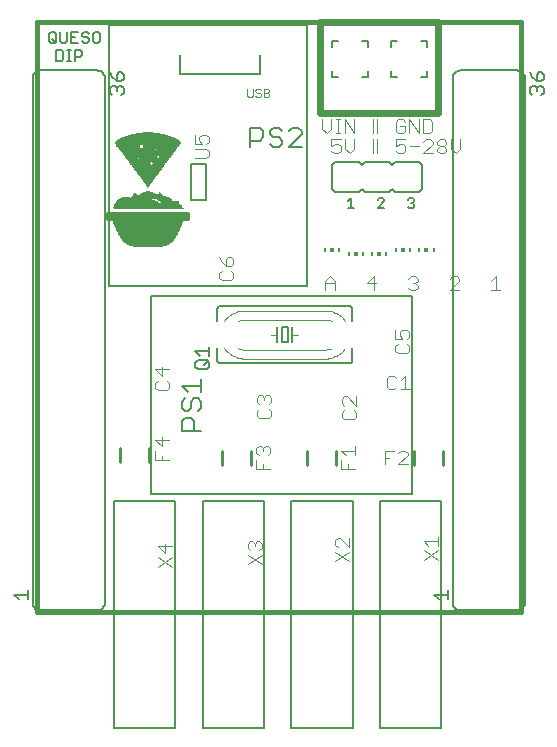
<source format=gto>
G75*
%MOIN*%
%OFA0B0*%
%FSLAX24Y24*%
%IPPOS*%
%LPD*%
%AMOC8*
5,1,8,0,0,1.08239X$1,22.5*
%
%ADD10C,0.0160*%
%ADD11C,0.0050*%
%ADD12C,0.0240*%
%ADD13C,0.0040*%
%ADD14C,0.0060*%
%ADD15C,0.0100*%
%ADD16R,0.0059X0.0118*%
%ADD17R,0.0118X0.0118*%
%ADD18C,0.0020*%
%ADD19C,0.0080*%
%ADD20R,0.1013X0.0013*%
%ADD21R,0.1117X0.0013*%
%ADD22R,0.1195X0.0013*%
%ADD23R,0.1273X0.0013*%
%ADD24R,0.1325X0.0013*%
%ADD25R,0.1377X0.0013*%
%ADD26R,0.1403X0.0013*%
%ADD27R,0.1455X0.0013*%
%ADD28R,0.1481X0.0013*%
%ADD29R,0.1533X0.0013*%
%ADD30R,0.1559X0.0013*%
%ADD31R,0.1585X0.0013*%
%ADD32R,0.1611X0.0013*%
%ADD33R,0.1637X0.0013*%
%ADD34R,0.1663X0.0013*%
%ADD35R,0.1689X0.0013*%
%ADD36R,0.1715X0.0013*%
%ADD37R,0.1741X0.0013*%
%ADD38R,0.1767X0.0013*%
%ADD39R,0.1793X0.0013*%
%ADD40R,0.1819X0.0013*%
%ADD41R,0.1845X0.0013*%
%ADD42R,0.1871X0.0013*%
%ADD43R,0.1897X0.0013*%
%ADD44R,0.1923X0.0013*%
%ADD45R,0.1949X0.0013*%
%ADD46R,0.1975X0.0013*%
%ADD47R,0.2001X0.0013*%
%ADD48R,0.2027X0.0013*%
%ADD49R,0.2053X0.0013*%
%ADD50R,0.2079X0.0013*%
%ADD51R,0.2105X0.0013*%
%ADD52R,0.2131X0.0013*%
%ADD53R,0.2157X0.0013*%
%ADD54R,0.2183X0.0013*%
%ADD55R,0.2209X0.0013*%
%ADD56R,0.2235X0.0013*%
%ADD57R,0.2261X0.0013*%
%ADD58R,0.2274X0.0013*%
%ADD59R,0.2300X0.0013*%
%ADD60R,0.2326X0.0013*%
%ADD61R,0.2339X0.0013*%
%ADD62R,0.2352X0.0013*%
%ADD63R,0.2624X0.0013*%
%ADD64R,0.2676X0.0013*%
%ADD65R,0.2702X0.0013*%
%ADD66R,0.2728X0.0013*%
%ADD67R,0.2754X0.0013*%
%ADD68R,0.2780X0.0013*%
%ADD69R,0.2793X0.0013*%
%ADD70R,0.2806X0.0013*%
%ADD71R,0.2819X0.0013*%
%ADD72R,0.2832X0.0013*%
%ADD73R,0.2313X0.0013*%
%ADD74R,0.2248X0.0013*%
%ADD75R,0.2170X0.0013*%
%ADD76R,0.2144X0.0013*%
%ADD77R,0.1468X0.0013*%
%ADD78R,0.0611X0.0013*%
%ADD79R,0.1429X0.0013*%
%ADD80R,0.0598X0.0013*%
%ADD81R,0.1338X0.0013*%
%ADD82R,0.0416X0.0013*%
%ADD83R,0.0143X0.0013*%
%ADD84R,0.1299X0.0013*%
%ADD85R,0.0026X0.0013*%
%ADD86R,0.1260X0.0013*%
%ADD87R,0.0429X0.0013*%
%ADD88R,0.1169X0.0013*%
%ADD89R,0.0442X0.0013*%
%ADD90R,0.1104X0.0013*%
%ADD91R,0.0455X0.0013*%
%ADD92R,0.1065X0.0013*%
%ADD93R,0.0468X0.0013*%
%ADD94R,0.1052X0.0013*%
%ADD95R,0.0481X0.0013*%
%ADD96R,0.1039X0.0013*%
%ADD97R,0.0507X0.0013*%
%ADD98R,0.1026X0.0013*%
%ADD99R,0.0572X0.0013*%
%ADD100R,0.0260X0.0013*%
%ADD101R,0.0169X0.0013*%
%ADD102R,0.1234X0.0013*%
%ADD103R,0.1208X0.0013*%
%ADD104R,0.1156X0.0013*%
%ADD105R,0.0013X0.0013*%
%ADD106R,0.1000X0.0013*%
%ADD107R,0.0195X0.0013*%
%ADD108R,0.0780X0.0013*%
%ADD109R,0.0754X0.0013*%
%ADD110R,0.0533X0.0013*%
%ADD111R,0.0182X0.0013*%
%ADD112R,0.0117X0.0013*%
%ADD113R,0.0156X0.0013*%
%ADD114R,0.0078X0.0013*%
%ADD115R,0.0052X0.0013*%
%ADD116R,0.0091X0.0013*%
%ADD117R,0.0039X0.0013*%
%ADD118R,0.0403X0.0013*%
%ADD119R,0.0351X0.0013*%
%ADD120R,0.0299X0.0013*%
%ADD121R,0.0221X0.0013*%
%ADD122R,0.0104X0.0013*%
%ADD123R,0.0130X0.0013*%
%ADD124R,0.0208X0.0013*%
%ADD125R,0.0234X0.0013*%
%ADD126R,0.0286X0.0013*%
%ADD127R,0.0312X0.0013*%
%ADD128R,0.0338X0.0013*%
%ADD129R,0.0364X0.0013*%
%ADD130R,0.0390X0.0013*%
%ADD131R,0.0494X0.0013*%
%ADD132R,0.0520X0.0013*%
%ADD133R,0.0546X0.0013*%
%ADD134R,0.0624X0.0013*%
%ADD135R,0.0650X0.0013*%
%ADD136R,0.0676X0.0013*%
%ADD137R,0.0702X0.0013*%
%ADD138R,0.0728X0.0013*%
%ADD139R,0.0806X0.0013*%
%ADD140R,0.0831X0.0013*%
%ADD141R,0.0857X0.0013*%
%ADD142R,0.0883X0.0013*%
%ADD143R,0.0909X0.0013*%
%ADD144R,0.0935X0.0013*%
%ADD145R,0.0961X0.0013*%
%ADD146R,0.0987X0.0013*%
%ADD147R,0.1091X0.0013*%
%ADD148R,0.0663X0.0013*%
%ADD149R,0.0741X0.0013*%
%ADD150R,0.1351X0.0013*%
%ADD151R,0.1390X0.0013*%
%ADD152R,0.0585X0.0013*%
%ADD153R,0.0377X0.0013*%
%ADD154R,0.1078X0.0013*%
%ADD155R,0.1182X0.0013*%
%ADD156R,0.0689X0.0013*%
%ADD157R,0.0715X0.0013*%
%ADD158R,0.0767X0.0013*%
%ADD159R,0.0793X0.0013*%
%ADD160R,0.0819X0.0013*%
%ADD161R,0.1221X0.0013*%
%ADD162R,0.1936X0.0013*%
%ADD163R,0.1247X0.0013*%
%ADD164R,0.1143X0.0013*%
D10*
X002254Y004003D02*
X018396Y004003D01*
X018396Y023688D01*
X002254Y023688D01*
X002254Y004003D01*
X004419Y004003D02*
X016230Y004003D01*
X016230Y023688D02*
X015640Y023688D01*
X011703Y023688D02*
X004419Y023688D01*
D11*
X004670Y023569D02*
X011270Y023569D01*
X011270Y014869D01*
X004670Y014869D01*
X004670Y023569D01*
X004371Y023276D02*
X004312Y023334D01*
X004195Y023334D01*
X004137Y023276D01*
X004137Y023042D01*
X004195Y022984D01*
X004312Y022984D01*
X004371Y023042D01*
X004371Y023276D01*
X004002Y023276D02*
X003944Y023334D01*
X003827Y023334D01*
X003769Y023276D01*
X003769Y023217D01*
X003827Y023159D01*
X003944Y023159D01*
X004002Y023101D01*
X004002Y023042D01*
X003944Y022984D01*
X003827Y022984D01*
X003769Y023042D01*
X003634Y022984D02*
X003400Y022984D01*
X003400Y023334D01*
X003634Y023334D01*
X003517Y023159D02*
X003400Y023159D01*
X003266Y023042D02*
X003266Y023334D01*
X003032Y023334D02*
X003032Y023042D01*
X003090Y022984D01*
X003207Y022984D01*
X003266Y023042D01*
X003278Y022734D02*
X003394Y022734D01*
X003336Y022734D02*
X003336Y022384D01*
X003278Y022384D02*
X003394Y022384D01*
X003523Y022384D02*
X003523Y022734D01*
X003698Y022734D01*
X003757Y022676D01*
X003757Y022559D01*
X003698Y022501D01*
X003523Y022501D01*
X003143Y022442D02*
X003143Y022676D01*
X003084Y022734D01*
X002909Y022734D01*
X002909Y022384D01*
X003084Y022384D01*
X003143Y022442D01*
X002897Y022984D02*
X002780Y023101D01*
X002664Y023042D02*
X002664Y023276D01*
X002722Y023334D01*
X002839Y023334D01*
X002897Y023276D01*
X002897Y023042D01*
X002839Y022984D01*
X002722Y022984D01*
X002664Y023042D01*
X004699Y021994D02*
X004774Y021844D01*
X004924Y021693D01*
X004924Y021919D01*
X005000Y021994D01*
X005075Y021994D01*
X005150Y021919D01*
X005150Y021769D01*
X005075Y021693D01*
X004924Y021693D01*
X004849Y021533D02*
X004924Y021458D01*
X005000Y021533D01*
X005075Y021533D01*
X005150Y021458D01*
X005150Y021308D01*
X005075Y021233D01*
X004924Y021383D02*
X004924Y021458D01*
X004849Y021533D02*
X004774Y021533D01*
X004699Y021458D01*
X004699Y021308D01*
X004774Y021233D01*
X007392Y018924D02*
X007903Y018924D01*
X007903Y017743D01*
X007392Y017743D01*
X007392Y018924D01*
X006073Y014540D02*
X014773Y014540D01*
X014773Y007940D01*
X006073Y007940D01*
X006073Y014540D01*
X007539Y012703D02*
X007990Y012703D01*
X007990Y012553D02*
X007990Y012854D01*
X007690Y012553D02*
X007539Y012703D01*
X007615Y012393D02*
X007539Y012318D01*
X007539Y012168D01*
X007615Y012093D01*
X007915Y012093D01*
X007990Y012168D01*
X007990Y012318D01*
X007915Y012393D01*
X007615Y012393D01*
X007840Y012243D02*
X007990Y012393D01*
X007785Y007723D02*
X007785Y000125D01*
X009833Y000125D01*
X009833Y007723D01*
X007785Y007723D01*
X006880Y007723D02*
X006880Y000125D01*
X004833Y000125D01*
X004833Y007723D01*
X006880Y007723D01*
X010738Y007723D02*
X010738Y000125D01*
X012785Y000125D01*
X012785Y007723D01*
X010738Y007723D01*
X013691Y007723D02*
X013691Y000125D01*
X015738Y000125D01*
X015738Y007723D01*
X013691Y007723D01*
X015950Y004733D02*
X015950Y004433D01*
X015950Y004583D02*
X015499Y004583D01*
X015649Y004433D01*
X014788Y017466D02*
X014674Y017466D01*
X014617Y017523D01*
X014731Y017636D02*
X014788Y017636D01*
X014844Y017580D01*
X014844Y017523D01*
X014788Y017466D01*
X014788Y017636D02*
X014844Y017693D01*
X014844Y017750D01*
X014788Y017806D01*
X014674Y017806D01*
X014617Y017750D01*
X013844Y017750D02*
X013844Y017693D01*
X013617Y017466D01*
X013844Y017466D01*
X013844Y017750D02*
X013788Y017806D01*
X013674Y017806D01*
X013617Y017750D01*
X012844Y017466D02*
X012617Y017466D01*
X012731Y017466D02*
X012731Y017806D01*
X012617Y017693D01*
X018699Y021308D02*
X018699Y021458D01*
X018774Y021533D01*
X018849Y021533D01*
X018924Y021458D01*
X019000Y021533D01*
X019075Y021533D01*
X019150Y021458D01*
X019150Y021308D01*
X019075Y021233D01*
X018924Y021383D02*
X018924Y021458D01*
X018924Y021693D02*
X018774Y021844D01*
X018699Y021994D01*
X018924Y021919D02*
X018924Y021693D01*
X019075Y021693D01*
X019150Y021769D01*
X019150Y021919D01*
X019075Y021994D01*
X019000Y021994D01*
X018924Y021919D01*
X018699Y021308D02*
X018774Y021233D01*
X001950Y004733D02*
X001950Y004433D01*
X001950Y004583D02*
X001499Y004583D01*
X001649Y004433D01*
D12*
X011703Y020656D02*
X015640Y020656D01*
X015640Y023688D01*
X011703Y023688D01*
X011703Y020656D01*
D13*
X011762Y020428D02*
X011762Y020121D01*
X011915Y019968D01*
X012069Y020121D01*
X012069Y020428D01*
X012222Y020428D02*
X012376Y020428D01*
X012299Y020428D02*
X012299Y019968D01*
X012222Y019968D02*
X012376Y019968D01*
X012529Y019968D02*
X012529Y020428D01*
X012836Y019968D01*
X012836Y020428D01*
X012844Y019759D02*
X012844Y019452D01*
X012691Y019299D01*
X012537Y019452D01*
X012537Y019759D01*
X012384Y019759D02*
X012077Y019759D01*
X012077Y019529D01*
X012230Y019605D01*
X012307Y019605D01*
X012384Y019529D01*
X012384Y019375D01*
X012307Y019299D01*
X012154Y019299D01*
X012077Y019375D01*
X013458Y019299D02*
X013458Y019759D01*
X013612Y019759D02*
X013612Y019299D01*
X013604Y019968D02*
X013604Y020428D01*
X013450Y020428D02*
X013450Y019968D01*
X014217Y020045D02*
X014294Y019968D01*
X014448Y019968D01*
X014524Y020045D01*
X014524Y020198D01*
X014371Y020198D01*
X014524Y020351D02*
X014448Y020428D01*
X014294Y020428D01*
X014217Y020351D01*
X014217Y020045D01*
X014225Y019759D02*
X014225Y019529D01*
X014379Y019605D01*
X014456Y019605D01*
X014532Y019529D01*
X014532Y019375D01*
X014456Y019299D01*
X014302Y019299D01*
X014225Y019375D01*
X014225Y019759D02*
X014532Y019759D01*
X014678Y019968D02*
X014678Y020428D01*
X014985Y019968D01*
X014985Y020428D01*
X015138Y020428D02*
X015368Y020428D01*
X015445Y020351D01*
X015445Y020045D01*
X015368Y019968D01*
X015138Y019968D01*
X015138Y020428D01*
X015223Y019759D02*
X015146Y019682D01*
X015223Y019759D02*
X015376Y019759D01*
X015453Y019682D01*
X015453Y019605D01*
X015146Y019299D01*
X015453Y019299D01*
X015607Y019375D02*
X015607Y019452D01*
X015683Y019529D01*
X015837Y019529D01*
X015914Y019452D01*
X015914Y019375D01*
X015837Y019299D01*
X015683Y019299D01*
X015607Y019375D01*
X015683Y019529D02*
X015607Y019605D01*
X015607Y019682D01*
X015683Y019759D01*
X015837Y019759D01*
X015914Y019682D01*
X015914Y019605D01*
X015837Y019529D01*
X016067Y019452D02*
X016067Y019759D01*
X016067Y019452D02*
X016220Y019299D01*
X016374Y019452D01*
X016374Y019759D01*
X014993Y019529D02*
X014686Y019529D01*
X014719Y015192D02*
X014873Y015192D01*
X014949Y015115D01*
X014949Y015039D01*
X014873Y014962D01*
X014949Y014885D01*
X014949Y014808D01*
X014873Y014732D01*
X014719Y014732D01*
X014642Y014808D01*
X014796Y014962D02*
X014873Y014962D01*
X014719Y015192D02*
X014642Y015115D01*
X013568Y014962D02*
X013261Y014962D01*
X013491Y015192D01*
X013491Y014732D01*
X014212Y013410D02*
X014212Y013103D01*
X014443Y013103D01*
X014366Y013257D01*
X014366Y013334D01*
X014443Y013410D01*
X014596Y013410D01*
X014673Y013334D01*
X014673Y013180D01*
X014596Y013103D01*
X014596Y012950D02*
X014673Y012873D01*
X014673Y012720D01*
X014596Y012643D01*
X014289Y012643D01*
X014212Y012720D01*
X014212Y012873D01*
X014289Y012950D01*
X014156Y011887D02*
X014002Y011887D01*
X013925Y011810D01*
X013925Y011503D01*
X014002Y011426D01*
X014156Y011426D01*
X014232Y011503D01*
X014386Y011426D02*
X014693Y011426D01*
X014539Y011426D02*
X014539Y011887D01*
X014386Y011733D01*
X014232Y011810D02*
X014156Y011887D01*
X012893Y011194D02*
X012893Y010887D01*
X012586Y011194D01*
X012510Y011194D01*
X012433Y011118D01*
X012433Y010964D01*
X012510Y010887D01*
X012510Y010734D02*
X012433Y010657D01*
X012433Y010504D01*
X012510Y010427D01*
X012817Y010427D01*
X012893Y010504D01*
X012893Y010657D01*
X012817Y010734D01*
X012872Y009538D02*
X012872Y009231D01*
X012872Y009384D02*
X012412Y009384D01*
X012565Y009231D01*
X012412Y009077D02*
X012412Y008770D01*
X012872Y008770D01*
X012642Y008770D02*
X012642Y008924D01*
X013850Y008925D02*
X013850Y009385D01*
X014157Y009385D01*
X014310Y009309D02*
X014387Y009385D01*
X014540Y009385D01*
X014617Y009309D01*
X014617Y009232D01*
X014310Y008925D01*
X014617Y008925D01*
X014003Y009155D02*
X013850Y009155D01*
X012667Y006483D02*
X012667Y006176D01*
X012360Y006483D01*
X012283Y006483D01*
X012206Y006406D01*
X012206Y006253D01*
X012283Y006176D01*
X012206Y006023D02*
X012667Y005716D01*
X012667Y006023D02*
X012206Y005716D01*
X009753Y005598D02*
X009293Y005905D01*
X009370Y006058D02*
X009293Y006135D01*
X009293Y006288D01*
X009370Y006365D01*
X009447Y006365D01*
X009523Y006288D01*
X009600Y006365D01*
X009677Y006365D01*
X009753Y006288D01*
X009753Y006135D01*
X009677Y006058D01*
X009753Y005905D02*
X009293Y005598D01*
X009523Y006212D02*
X009523Y006288D01*
X009577Y008770D02*
X009577Y009077D01*
X009654Y009231D02*
X009577Y009307D01*
X009577Y009461D01*
X009654Y009538D01*
X009730Y009538D01*
X009807Y009461D01*
X009884Y009538D01*
X009961Y009538D01*
X010037Y009461D01*
X010037Y009307D01*
X009961Y009231D01*
X009807Y009384D02*
X009807Y009461D01*
X009807Y008924D02*
X009807Y008770D01*
X010037Y008770D02*
X009577Y008770D01*
X009675Y010466D02*
X009982Y010466D01*
X010059Y010543D01*
X010059Y010697D01*
X009982Y010773D01*
X009982Y010927D02*
X010059Y011003D01*
X010059Y011157D01*
X009982Y011234D01*
X009905Y011234D01*
X009828Y011157D01*
X009828Y011080D01*
X009828Y011157D02*
X009752Y011234D01*
X009675Y011234D01*
X009598Y011157D01*
X009598Y011003D01*
X009675Y010927D01*
X009675Y010773D02*
X009598Y010697D01*
X009598Y010543D01*
X009675Y010466D01*
X006663Y009754D02*
X006202Y009754D01*
X006432Y009524D01*
X006432Y009831D01*
X006202Y009370D02*
X006202Y009064D01*
X006663Y009064D01*
X006432Y009064D02*
X006432Y009217D01*
X006289Y011411D02*
X006212Y011488D01*
X006212Y011641D01*
X006289Y011718D01*
X006443Y011872D02*
X006443Y012179D01*
X006673Y012102D02*
X006212Y012102D01*
X006443Y011872D01*
X006596Y011718D02*
X006673Y011641D01*
X006673Y011488D01*
X006596Y011411D01*
X006289Y011411D01*
X008415Y015073D02*
X008338Y015149D01*
X008338Y015303D01*
X008415Y015380D01*
X008569Y015533D02*
X008569Y015763D01*
X008645Y015840D01*
X008722Y015840D01*
X008799Y015763D01*
X008799Y015610D01*
X008722Y015533D01*
X008569Y015533D01*
X008415Y015686D01*
X008338Y015840D01*
X008722Y015380D02*
X008799Y015303D01*
X008799Y015149D01*
X008722Y015073D01*
X008415Y015073D01*
X007905Y019141D02*
X007521Y019141D01*
X007521Y019448D02*
X007905Y019448D01*
X007982Y019371D01*
X007982Y019218D01*
X007905Y019141D01*
X007905Y019601D02*
X007982Y019678D01*
X007982Y019832D01*
X007905Y019908D01*
X007752Y019908D01*
X007675Y019832D01*
X007675Y019755D01*
X007752Y019601D01*
X007521Y019601D01*
X007521Y019908D01*
X012034Y015192D02*
X012187Y015039D01*
X012187Y014732D01*
X012187Y014962D02*
X011880Y014962D01*
X011880Y015039D02*
X011880Y014732D01*
X011880Y015039D02*
X012034Y015192D01*
X016024Y015115D02*
X016100Y015192D01*
X016254Y015192D01*
X016331Y015115D01*
X016331Y015039D01*
X016024Y014732D01*
X016331Y014732D01*
X017405Y014732D02*
X017712Y014732D01*
X017558Y014732D02*
X017558Y015192D01*
X017405Y015039D01*
X015620Y006523D02*
X015620Y006216D01*
X015620Y006369D02*
X015159Y006369D01*
X015313Y006216D01*
X015159Y006062D02*
X015620Y005755D01*
X015620Y006062D02*
X015159Y005755D01*
X006761Y005826D02*
X006301Y005519D01*
X006301Y005826D02*
X006761Y005519D01*
X006531Y005979D02*
X006531Y006286D01*
X006301Y006210D02*
X006531Y005979D01*
X006761Y006210D02*
X006301Y006210D01*
D14*
X004525Y004308D02*
X004525Y021808D01*
X004523Y021838D01*
X004518Y021868D01*
X004509Y021897D01*
X004496Y021924D01*
X004481Y021950D01*
X004462Y021974D01*
X004441Y021995D01*
X004417Y022014D01*
X004391Y022029D01*
X004364Y022042D01*
X004335Y022051D01*
X004305Y022056D01*
X004275Y022058D01*
X002375Y022058D01*
X002345Y022056D01*
X002315Y022051D01*
X002286Y022042D01*
X002259Y022029D01*
X002233Y022014D01*
X002209Y021995D01*
X002188Y021974D01*
X002169Y021950D01*
X002154Y021924D01*
X002141Y021897D01*
X002132Y021868D01*
X002127Y021838D01*
X002125Y021808D01*
X002125Y004308D01*
X002127Y004278D01*
X002132Y004248D01*
X002141Y004219D01*
X002154Y004192D01*
X002169Y004166D01*
X002188Y004142D01*
X002209Y004121D01*
X002233Y004102D01*
X002259Y004087D01*
X002286Y004074D01*
X002315Y004065D01*
X002345Y004060D01*
X002375Y004058D01*
X004275Y004058D01*
X004305Y004060D01*
X004335Y004065D01*
X004364Y004074D01*
X004391Y004087D01*
X004417Y004102D01*
X004441Y004121D01*
X004462Y004142D01*
X004481Y004166D01*
X004496Y004192D01*
X004509Y004219D01*
X004518Y004248D01*
X004523Y004278D01*
X004525Y004308D01*
X007086Y010052D02*
X007086Y010372D01*
X007193Y010479D01*
X007407Y010479D01*
X007513Y010372D01*
X007513Y010052D01*
X007727Y010052D02*
X007086Y010052D01*
X007193Y010697D02*
X007300Y010697D01*
X007407Y010803D01*
X007407Y011017D01*
X007513Y011124D01*
X007620Y011124D01*
X007727Y011017D01*
X007727Y010803D01*
X007620Y010697D01*
X007193Y010697D02*
X007086Y010803D01*
X007086Y011017D01*
X007193Y011124D01*
X007300Y011341D02*
X007086Y011555D01*
X007727Y011555D01*
X007727Y011768D02*
X007727Y011341D01*
X008372Y012305D02*
X012672Y012305D01*
X012689Y012307D01*
X012706Y012311D01*
X012722Y012318D01*
X012736Y012328D01*
X012749Y012341D01*
X012759Y012355D01*
X012766Y012371D01*
X012770Y012388D01*
X012772Y012405D01*
X012772Y012805D01*
X012772Y013705D02*
X012772Y014105D01*
X012770Y014122D01*
X012766Y014139D01*
X012759Y014155D01*
X012749Y014169D01*
X012736Y014182D01*
X012722Y014192D01*
X012706Y014199D01*
X012689Y014203D01*
X012672Y014205D01*
X008372Y014205D01*
X008355Y014203D01*
X008338Y014199D01*
X008322Y014192D01*
X008308Y014182D01*
X008295Y014169D01*
X008285Y014155D01*
X008278Y014139D01*
X008274Y014122D01*
X008272Y014105D01*
X008272Y013705D01*
X008272Y012805D02*
X008272Y012405D01*
X008274Y012388D01*
X008278Y012371D01*
X008285Y012355D01*
X008295Y012341D01*
X008308Y012328D01*
X008322Y012318D01*
X008338Y012311D01*
X008355Y012307D01*
X008372Y012305D01*
X010272Y013005D02*
X010272Y013255D01*
X010272Y013505D01*
X010422Y013505D02*
X010622Y013505D01*
X010622Y013005D01*
X010422Y013005D01*
X010422Y013505D01*
X010772Y013505D02*
X010772Y013255D01*
X010772Y013005D01*
X012192Y017991D02*
X012992Y017991D01*
X013092Y018091D01*
X013192Y017991D01*
X013992Y017991D01*
X014092Y018091D01*
X014192Y017991D01*
X014992Y017991D01*
X015092Y018091D01*
X015092Y018891D01*
X014992Y018991D01*
X014192Y018991D01*
X014092Y018891D01*
X013992Y018991D01*
X013192Y018991D01*
X013092Y018891D01*
X012992Y018991D01*
X012192Y018991D01*
X012092Y018891D01*
X012092Y018091D01*
X012192Y017991D01*
X011087Y019505D02*
X010660Y019505D01*
X011087Y019932D01*
X011087Y020039D01*
X010980Y020146D01*
X010766Y020146D01*
X010660Y020039D01*
X010442Y020039D02*
X010335Y020146D01*
X010122Y020146D01*
X010015Y020039D01*
X010015Y019932D01*
X010122Y019826D01*
X010335Y019826D01*
X010442Y019719D01*
X010442Y019612D01*
X010335Y019505D01*
X010122Y019505D01*
X010015Y019612D01*
X009797Y019826D02*
X009691Y019719D01*
X009370Y019719D01*
X009370Y019505D02*
X009370Y020146D01*
X009691Y020146D01*
X009797Y020039D01*
X009797Y019826D01*
X012087Y021828D02*
X012087Y022028D01*
X012087Y021828D02*
X012287Y021828D01*
X013087Y021828D02*
X013287Y021828D01*
X013287Y022028D01*
X013287Y022828D02*
X013287Y023028D01*
X013087Y023028D01*
X012287Y023028D02*
X012087Y023028D01*
X012087Y022828D01*
X014055Y022828D02*
X014055Y023028D01*
X014255Y023028D01*
X015055Y023028D02*
X015255Y023028D01*
X015255Y022828D01*
X015255Y022028D02*
X015255Y021828D01*
X015055Y021828D01*
X014255Y021828D02*
X014055Y021828D01*
X014055Y022028D01*
X016125Y021808D02*
X016125Y004308D01*
X016127Y004278D01*
X016132Y004248D01*
X016141Y004219D01*
X016154Y004192D01*
X016169Y004166D01*
X016188Y004142D01*
X016209Y004121D01*
X016233Y004102D01*
X016259Y004087D01*
X016286Y004074D01*
X016315Y004065D01*
X016345Y004060D01*
X016375Y004058D01*
X018275Y004058D01*
X018305Y004060D01*
X018335Y004065D01*
X018364Y004074D01*
X018391Y004087D01*
X018417Y004102D01*
X018441Y004121D01*
X018462Y004142D01*
X018481Y004166D01*
X018496Y004192D01*
X018509Y004219D01*
X018518Y004248D01*
X018523Y004278D01*
X018525Y004308D01*
X018525Y021808D01*
X018523Y021838D01*
X018518Y021868D01*
X018509Y021897D01*
X018496Y021924D01*
X018481Y021950D01*
X018462Y021974D01*
X018441Y021995D01*
X018417Y022014D01*
X018391Y022029D01*
X018364Y022042D01*
X018335Y022051D01*
X018305Y022056D01*
X018275Y022058D01*
X016375Y022058D01*
X016345Y022056D01*
X016315Y022051D01*
X016286Y022042D01*
X016259Y022029D01*
X016233Y022014D01*
X016209Y021995D01*
X016188Y021974D01*
X016169Y021950D01*
X016154Y021924D01*
X016141Y021897D01*
X016132Y021868D01*
X016127Y021838D01*
X016125Y021808D01*
D15*
X015805Y009361D02*
X015805Y008901D01*
X014845Y008901D02*
X014845Y009361D01*
X012222Y009361D02*
X012222Y008901D01*
X011262Y008901D02*
X011262Y009361D01*
X009387Y009361D02*
X009387Y008901D01*
X008427Y008901D02*
X008427Y009361D01*
X006002Y009479D02*
X006002Y009019D01*
X005042Y009019D02*
X005042Y009479D01*
D16*
X011860Y016070D03*
X012333Y016070D03*
X012648Y015952D03*
X013120Y015952D03*
X013435Y015952D03*
X013907Y015952D03*
X014222Y016070D03*
X014695Y016070D03*
X015010Y016070D03*
X015482Y016070D03*
D17*
X015246Y016070D03*
X014459Y016070D03*
X013671Y015952D03*
X012884Y015952D03*
X012096Y016070D03*
D18*
X011872Y014055D02*
X009172Y014055D01*
X009172Y013755D02*
X011872Y013755D01*
X011910Y013754D01*
X011947Y013749D01*
X011984Y013742D01*
X012020Y013733D01*
X012056Y013720D01*
X012090Y013705D01*
X011872Y014055D02*
X011928Y014053D01*
X011983Y014047D01*
X012038Y014038D01*
X012092Y014024D01*
X012145Y014007D01*
X012196Y013986D01*
X012246Y013962D01*
X012294Y013934D01*
X012341Y013903D01*
X012384Y013869D01*
X012426Y013832D01*
X012465Y013792D01*
X012501Y013750D01*
X012533Y013705D01*
X012090Y012805D02*
X012056Y012790D01*
X012020Y012777D01*
X011984Y012768D01*
X011947Y012761D01*
X011910Y012756D01*
X011872Y012755D01*
X009172Y012755D01*
X009172Y012455D02*
X011872Y012455D01*
X011871Y012455D02*
X011927Y012457D01*
X011982Y012463D01*
X012037Y012472D01*
X012091Y012486D01*
X012144Y012503D01*
X012195Y012524D01*
X012245Y012548D01*
X012293Y012576D01*
X012340Y012607D01*
X012384Y012641D01*
X012425Y012678D01*
X012464Y012718D01*
X012500Y012760D01*
X012532Y012805D01*
X010972Y013255D02*
X010772Y013255D01*
X010272Y013255D02*
X010072Y013255D01*
X009172Y014055D02*
X009116Y014053D01*
X009061Y014047D01*
X009006Y014038D01*
X008952Y014024D01*
X008899Y014007D01*
X008848Y013986D01*
X008798Y013962D01*
X008750Y013934D01*
X008703Y013903D01*
X008659Y013869D01*
X008618Y013832D01*
X008579Y013792D01*
X008543Y013750D01*
X008511Y013705D01*
X008511Y012805D02*
X008543Y012760D01*
X008579Y012718D01*
X008618Y012678D01*
X008660Y012641D01*
X008703Y012607D01*
X008750Y012576D01*
X008798Y012548D01*
X008848Y012524D01*
X008899Y012503D01*
X008952Y012486D01*
X009006Y012472D01*
X009061Y012463D01*
X009116Y012457D01*
X009172Y012455D01*
X009172Y012755D02*
X009134Y012756D01*
X009097Y012761D01*
X009060Y012768D01*
X009024Y012777D01*
X008988Y012790D01*
X008954Y012805D01*
X008954Y013705D02*
X008988Y013720D01*
X009024Y013733D01*
X009060Y013742D01*
X009097Y013749D01*
X009134Y013754D01*
X009172Y013755D01*
X009316Y021174D02*
X009410Y021174D01*
X009457Y021220D01*
X009457Y021454D01*
X009546Y021407D02*
X009546Y021360D01*
X009593Y021314D01*
X009686Y021314D01*
X009733Y021267D01*
X009733Y021220D01*
X009686Y021174D01*
X009593Y021174D01*
X009546Y021220D01*
X009546Y021407D02*
X009593Y021454D01*
X009686Y021454D01*
X009733Y021407D01*
X009822Y021454D02*
X009962Y021454D01*
X010009Y021407D01*
X010009Y021360D01*
X009962Y021314D01*
X009822Y021314D01*
X009822Y021174D02*
X009822Y021454D01*
X009962Y021314D02*
X010009Y021267D01*
X010009Y021220D01*
X009962Y021174D01*
X009822Y021174D01*
X009316Y021174D02*
X009270Y021220D01*
X009270Y021454D01*
D19*
X009695Y021936D02*
X007018Y021936D01*
X007018Y022566D01*
X007018Y023590D02*
X009695Y023590D01*
X009695Y022566D02*
X009695Y021936D01*
D20*
X005958Y018830D03*
X005958Y018817D03*
X005945Y017843D03*
X005958Y016180D03*
D21*
X005958Y016193D03*
D22*
X005958Y016206D03*
X005594Y019441D03*
X006399Y019532D03*
X006399Y019545D03*
D23*
X006035Y017791D03*
X005958Y016219D03*
D24*
X005958Y016232D03*
X005958Y019025D03*
X005958Y019038D03*
X005958Y019869D03*
D25*
X005958Y019064D03*
X005594Y017661D03*
X005958Y016245D03*
D26*
X005958Y016258D03*
X005607Y017648D03*
X005958Y019090D03*
X005958Y019856D03*
D27*
X005607Y017622D03*
X005958Y016271D03*
D28*
X005958Y016284D03*
X005958Y019844D03*
D29*
X005958Y016297D03*
D30*
X005958Y016310D03*
X005958Y019194D03*
X005958Y019831D03*
D31*
X005958Y019207D03*
X005958Y016323D03*
D32*
X005958Y016336D03*
X005958Y019220D03*
X005958Y019233D03*
X005958Y019818D03*
D33*
X005958Y019246D03*
X005958Y016349D03*
D34*
X005958Y016362D03*
X005958Y019259D03*
X005958Y019805D03*
D35*
X005958Y019285D03*
X005958Y019272D03*
X005958Y016375D03*
D36*
X005958Y016388D03*
X005958Y019298D03*
D37*
X005958Y019311D03*
X005958Y019792D03*
X005958Y016414D03*
X005958Y016401D03*
D38*
X005958Y016427D03*
X005958Y019324D03*
X005958Y019337D03*
D39*
X005958Y019350D03*
X005958Y019779D03*
X005958Y016440D03*
D40*
X005958Y016453D03*
X005958Y016466D03*
X005958Y019363D03*
D41*
X005958Y019376D03*
X005958Y019766D03*
X005958Y016479D03*
D42*
X005958Y016492D03*
X005958Y016505D03*
D43*
X005958Y016518D03*
X005958Y019753D03*
D44*
X005958Y016544D03*
X005958Y016531D03*
D45*
X005958Y016556D03*
X005958Y016569D03*
X005958Y019454D03*
D46*
X005958Y019727D03*
X005958Y016595D03*
X005958Y016582D03*
D47*
X005958Y016608D03*
X005958Y016621D03*
D48*
X005958Y016634D03*
X005958Y016647D03*
X005958Y019714D03*
D49*
X005958Y019701D03*
X005958Y016673D03*
X005958Y016660D03*
D50*
X005958Y016686D03*
X005958Y016699D03*
D51*
X005958Y016712D03*
X005958Y016725D03*
X005958Y016738D03*
X005958Y019688D03*
D52*
X005958Y019675D03*
X005958Y019571D03*
X005958Y016764D03*
X005958Y016751D03*
D53*
X005958Y016777D03*
X005958Y016790D03*
X005958Y019584D03*
X005958Y019597D03*
X005958Y019662D03*
D54*
X005958Y019649D03*
X005958Y019610D03*
X005945Y017557D03*
X005958Y016829D03*
X005958Y016816D03*
X005958Y016803D03*
D55*
X005958Y016842D03*
X005958Y016855D03*
X005958Y017544D03*
X005958Y019623D03*
X005958Y019636D03*
D56*
X005958Y017531D03*
X005958Y016881D03*
X005958Y016868D03*
D57*
X005958Y016894D03*
X005958Y016907D03*
X005971Y017505D03*
D58*
X005977Y017492D03*
X005977Y017479D03*
X005951Y016920D03*
D59*
X005951Y016933D03*
X005951Y016946D03*
X005990Y017427D03*
X005977Y017466D03*
D60*
X005951Y016972D03*
X005951Y016959D03*
D61*
X005958Y016985D03*
X005958Y016998D03*
D62*
X005964Y017011D03*
D63*
X005958Y017024D03*
X005958Y017323D03*
D64*
X005958Y017310D03*
X005958Y017037D03*
D65*
X005958Y017050D03*
X005958Y017297D03*
D66*
X005958Y017284D03*
X005958Y017063D03*
D67*
X005958Y017076D03*
X005958Y017271D03*
D68*
X005958Y017258D03*
X005958Y017089D03*
D69*
X005964Y017102D03*
X005964Y017245D03*
D70*
X005958Y017232D03*
X005958Y017219D03*
X005958Y017128D03*
X005958Y017115D03*
D71*
X005964Y017141D03*
X005964Y017154D03*
X005964Y017206D03*
D72*
X005958Y017193D03*
X005958Y017180D03*
X005958Y017167D03*
D73*
X005984Y017440D03*
X005984Y017453D03*
D74*
X005964Y017518D03*
D75*
X005938Y017570D03*
D76*
X005938Y017583D03*
X005938Y017596D03*
D77*
X005613Y017609D03*
D78*
X006692Y017661D03*
X006705Y017622D03*
X006705Y017609D03*
X005951Y019947D03*
D79*
X005607Y017635D03*
D80*
X005958Y018544D03*
X006698Y017648D03*
X006698Y017635D03*
D81*
X005587Y017674D03*
D82*
X005958Y018427D03*
X006308Y018895D03*
X006321Y018908D03*
X006334Y018921D03*
X006334Y018934D03*
X006347Y018947D03*
X005438Y019116D03*
X006568Y017687D03*
X006581Y017674D03*
D83*
X006925Y017674D03*
X005535Y017895D03*
D84*
X005581Y017687D03*
X005958Y019012D03*
D85*
X005958Y018168D03*
X005958Y018155D03*
X006373Y017960D03*
X006984Y017687D03*
D86*
X005574Y017700D03*
D87*
X006549Y017700D03*
X005431Y019129D03*
X005431Y019142D03*
D88*
X005594Y019415D03*
X006399Y019519D03*
X005542Y017713D03*
D89*
X005958Y017934D03*
X005958Y018440D03*
X006347Y018960D03*
X006542Y017713D03*
D90*
X005522Y017726D03*
D91*
X006523Y017726D03*
X006354Y018973D03*
D92*
X005958Y018856D03*
X005737Y019155D03*
X005529Y017739D03*
D93*
X005958Y018453D03*
X006347Y018986D03*
X006503Y017739D03*
D94*
X005535Y017752D03*
D95*
X005951Y017921D03*
X006484Y017752D03*
D96*
X005958Y018843D03*
X005958Y019908D03*
X005555Y017765D03*
D97*
X005951Y017908D03*
X006458Y017765D03*
X006341Y018999D03*
D98*
X005574Y017778D03*
D99*
X005958Y018531D03*
X005984Y019129D03*
X006399Y017778D03*
D100*
X005958Y018310D03*
X005958Y018323D03*
X005217Y017791D03*
D101*
X005223Y017804D03*
X005548Y017882D03*
D102*
X006029Y017804D03*
D103*
X006016Y017817D03*
D104*
X006003Y017830D03*
X005613Y019389D03*
X005600Y019402D03*
X006367Y019467D03*
X006380Y019480D03*
X006380Y019493D03*
X006393Y019506D03*
D105*
X006497Y017843D03*
D106*
X005938Y017856D03*
D107*
X005548Y017869D03*
D108*
X006048Y017869D03*
X005958Y018661D03*
X005958Y018674D03*
X005308Y019532D03*
X005958Y019934D03*
D109*
X005321Y019506D03*
X005334Y019480D03*
X005347Y019467D03*
X005958Y018648D03*
X006048Y017882D03*
D110*
X005951Y017895D03*
D111*
X005958Y018258D03*
X005958Y018271D03*
X006321Y017895D03*
D112*
X006341Y017921D03*
X005951Y017999D03*
X005535Y017908D03*
D113*
X005958Y018245D03*
X006334Y017908D03*
D114*
X005958Y018194D03*
X005529Y017921D03*
D115*
X005529Y017934D03*
X005958Y018181D03*
X006360Y017947D03*
D116*
X006354Y017934D03*
D117*
X005522Y017947D03*
D118*
X005951Y017947D03*
X005951Y018414D03*
X005444Y019103D03*
X006523Y019181D03*
D119*
X005964Y019960D03*
X005951Y017960D03*
D120*
X005951Y017973D03*
D121*
X005951Y017986D03*
D122*
X005958Y018206D03*
X005958Y018219D03*
D123*
X005958Y018232D03*
D124*
X005958Y018284D03*
D125*
X005958Y018297D03*
D126*
X005958Y018336D03*
D127*
X005958Y018349D03*
D128*
X005958Y018362D03*
X005958Y018375D03*
D129*
X005958Y018388D03*
X006503Y019116D03*
X006516Y019129D03*
X006516Y019142D03*
D130*
X006529Y019168D03*
X005958Y018401D03*
D131*
X005958Y018466D03*
X005958Y018479D03*
D132*
X005958Y018492D03*
D133*
X005958Y018505D03*
X005958Y018518D03*
D134*
X005958Y018557D03*
X005958Y018570D03*
D135*
X005958Y018583D03*
X005724Y018895D03*
X005711Y018908D03*
X005698Y018921D03*
X005698Y018934D03*
D136*
X005685Y018960D03*
X005958Y018596D03*
X006542Y019389D03*
X006568Y019415D03*
D137*
X005958Y018622D03*
X005958Y018609D03*
X005685Y018973D03*
X005685Y018986D03*
D138*
X005958Y018635D03*
D139*
X005958Y018687D03*
D140*
X005958Y018700D03*
D141*
X005958Y018713D03*
X005958Y018726D03*
D142*
X005958Y018739D03*
D143*
X005958Y018752D03*
X005958Y019921D03*
D144*
X005958Y018778D03*
X005958Y018765D03*
D145*
X005958Y018791D03*
D146*
X005958Y018804D03*
X006178Y019103D03*
D147*
X005958Y018882D03*
X005958Y018869D03*
X005737Y019181D03*
D148*
X005691Y018947D03*
X006562Y019402D03*
D149*
X005691Y018999D03*
X005327Y019493D03*
D150*
X005958Y019051D03*
D151*
X005964Y019077D03*
D152*
X005990Y019116D03*
X005977Y019142D03*
D153*
X006523Y019155D03*
D154*
X005730Y019168D03*
D155*
X005587Y019428D03*
D156*
X006575Y019428D03*
D157*
X006562Y019441D03*
D158*
X005314Y019519D03*
D159*
X005314Y019545D03*
D160*
X005314Y019558D03*
D161*
X006399Y019558D03*
D162*
X005964Y019740D03*
D163*
X005958Y019882D03*
D164*
X005958Y019895D03*
M02*

</source>
